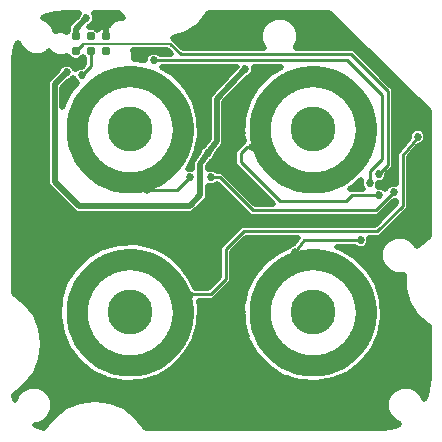
<source format=gbl>
G75*
%MOIN*%
%OFA0B0*%
%FSLAX25Y25*%
%IPPOS*%
%LPD*%
%AMOC8*
5,1,8,0,0,1.08239X$1,22.5*
%
%ADD10C,0.15000*%
%ADD11C,0.02500*%
%ADD12C,0.03400*%
%ADD13C,0.07000*%
%ADD14C,0.03100*%
%ADD15C,0.02000*%
%ADD16C,0.02700*%
%ADD17C,0.01000*%
%ADD18C,0.00689*%
D10*
X0058558Y0056840D03*
X0119558Y0056840D03*
X0119558Y0117840D03*
X0058558Y0117840D03*
D11*
X0064469Y0097783D03*
X0099500Y0111929D03*
X0113647Y0076898D03*
X0078615Y0062751D03*
D12*
X0058558Y0056840D03*
X0119558Y0056840D03*
X0119558Y0117840D03*
X0058558Y0117840D03*
D13*
X0040858Y0117840D02*
X0040863Y0118274D01*
X0040879Y0118708D01*
X0040906Y0119142D01*
X0040943Y0119575D01*
X0040991Y0120007D01*
X0041050Y0120437D01*
X0041119Y0120866D01*
X0041198Y0121293D01*
X0041288Y0121718D01*
X0041388Y0122141D01*
X0041499Y0122561D01*
X0041620Y0122978D01*
X0041751Y0123392D01*
X0041893Y0123803D01*
X0042044Y0124210D01*
X0042205Y0124613D01*
X0042376Y0125013D01*
X0042557Y0125408D01*
X0042748Y0125798D01*
X0042948Y0126184D01*
X0043157Y0126564D01*
X0043376Y0126940D01*
X0043604Y0127309D01*
X0043841Y0127674D01*
X0044087Y0128032D01*
X0044341Y0128384D01*
X0044604Y0128730D01*
X0044876Y0129069D01*
X0045155Y0129401D01*
X0045443Y0129727D01*
X0045739Y0130045D01*
X0046042Y0130356D01*
X0046353Y0130659D01*
X0046671Y0130955D01*
X0046997Y0131243D01*
X0047329Y0131522D01*
X0047668Y0131794D01*
X0048014Y0132057D01*
X0048366Y0132311D01*
X0048724Y0132557D01*
X0049089Y0132794D01*
X0049458Y0133022D01*
X0049834Y0133241D01*
X0050214Y0133450D01*
X0050600Y0133650D01*
X0050990Y0133841D01*
X0051385Y0134022D01*
X0051785Y0134193D01*
X0052188Y0134354D01*
X0052595Y0134505D01*
X0053006Y0134647D01*
X0053420Y0134778D01*
X0053837Y0134899D01*
X0054257Y0135010D01*
X0054680Y0135110D01*
X0055105Y0135200D01*
X0055532Y0135279D01*
X0055961Y0135348D01*
X0056391Y0135407D01*
X0056823Y0135455D01*
X0057256Y0135492D01*
X0057690Y0135519D01*
X0058124Y0135535D01*
X0058558Y0135540D01*
X0058992Y0135535D01*
X0059426Y0135519D01*
X0059860Y0135492D01*
X0060293Y0135455D01*
X0060725Y0135407D01*
X0061155Y0135348D01*
X0061584Y0135279D01*
X0062011Y0135200D01*
X0062436Y0135110D01*
X0062859Y0135010D01*
X0063279Y0134899D01*
X0063696Y0134778D01*
X0064110Y0134647D01*
X0064521Y0134505D01*
X0064928Y0134354D01*
X0065331Y0134193D01*
X0065731Y0134022D01*
X0066126Y0133841D01*
X0066516Y0133650D01*
X0066902Y0133450D01*
X0067282Y0133241D01*
X0067658Y0133022D01*
X0068027Y0132794D01*
X0068392Y0132557D01*
X0068750Y0132311D01*
X0069102Y0132057D01*
X0069448Y0131794D01*
X0069787Y0131522D01*
X0070119Y0131243D01*
X0070445Y0130955D01*
X0070763Y0130659D01*
X0071074Y0130356D01*
X0071377Y0130045D01*
X0071673Y0129727D01*
X0071961Y0129401D01*
X0072240Y0129069D01*
X0072512Y0128730D01*
X0072775Y0128384D01*
X0073029Y0128032D01*
X0073275Y0127674D01*
X0073512Y0127309D01*
X0073740Y0126940D01*
X0073959Y0126564D01*
X0074168Y0126184D01*
X0074368Y0125798D01*
X0074559Y0125408D01*
X0074740Y0125013D01*
X0074911Y0124613D01*
X0075072Y0124210D01*
X0075223Y0123803D01*
X0075365Y0123392D01*
X0075496Y0122978D01*
X0075617Y0122561D01*
X0075728Y0122141D01*
X0075828Y0121718D01*
X0075918Y0121293D01*
X0075997Y0120866D01*
X0076066Y0120437D01*
X0076125Y0120007D01*
X0076173Y0119575D01*
X0076210Y0119142D01*
X0076237Y0118708D01*
X0076253Y0118274D01*
X0076258Y0117840D01*
X0076253Y0117406D01*
X0076237Y0116972D01*
X0076210Y0116538D01*
X0076173Y0116105D01*
X0076125Y0115673D01*
X0076066Y0115243D01*
X0075997Y0114814D01*
X0075918Y0114387D01*
X0075828Y0113962D01*
X0075728Y0113539D01*
X0075617Y0113119D01*
X0075496Y0112702D01*
X0075365Y0112288D01*
X0075223Y0111877D01*
X0075072Y0111470D01*
X0074911Y0111067D01*
X0074740Y0110667D01*
X0074559Y0110272D01*
X0074368Y0109882D01*
X0074168Y0109496D01*
X0073959Y0109116D01*
X0073740Y0108740D01*
X0073512Y0108371D01*
X0073275Y0108006D01*
X0073029Y0107648D01*
X0072775Y0107296D01*
X0072512Y0106950D01*
X0072240Y0106611D01*
X0071961Y0106279D01*
X0071673Y0105953D01*
X0071377Y0105635D01*
X0071074Y0105324D01*
X0070763Y0105021D01*
X0070445Y0104725D01*
X0070119Y0104437D01*
X0069787Y0104158D01*
X0069448Y0103886D01*
X0069102Y0103623D01*
X0068750Y0103369D01*
X0068392Y0103123D01*
X0068027Y0102886D01*
X0067658Y0102658D01*
X0067282Y0102439D01*
X0066902Y0102230D01*
X0066516Y0102030D01*
X0066126Y0101839D01*
X0065731Y0101658D01*
X0065331Y0101487D01*
X0064928Y0101326D01*
X0064521Y0101175D01*
X0064110Y0101033D01*
X0063696Y0100902D01*
X0063279Y0100781D01*
X0062859Y0100670D01*
X0062436Y0100570D01*
X0062011Y0100480D01*
X0061584Y0100401D01*
X0061155Y0100332D01*
X0060725Y0100273D01*
X0060293Y0100225D01*
X0059860Y0100188D01*
X0059426Y0100161D01*
X0058992Y0100145D01*
X0058558Y0100140D01*
X0058124Y0100145D01*
X0057690Y0100161D01*
X0057256Y0100188D01*
X0056823Y0100225D01*
X0056391Y0100273D01*
X0055961Y0100332D01*
X0055532Y0100401D01*
X0055105Y0100480D01*
X0054680Y0100570D01*
X0054257Y0100670D01*
X0053837Y0100781D01*
X0053420Y0100902D01*
X0053006Y0101033D01*
X0052595Y0101175D01*
X0052188Y0101326D01*
X0051785Y0101487D01*
X0051385Y0101658D01*
X0050990Y0101839D01*
X0050600Y0102030D01*
X0050214Y0102230D01*
X0049834Y0102439D01*
X0049458Y0102658D01*
X0049089Y0102886D01*
X0048724Y0103123D01*
X0048366Y0103369D01*
X0048014Y0103623D01*
X0047668Y0103886D01*
X0047329Y0104158D01*
X0046997Y0104437D01*
X0046671Y0104725D01*
X0046353Y0105021D01*
X0046042Y0105324D01*
X0045739Y0105635D01*
X0045443Y0105953D01*
X0045155Y0106279D01*
X0044876Y0106611D01*
X0044604Y0106950D01*
X0044341Y0107296D01*
X0044087Y0107648D01*
X0043841Y0108006D01*
X0043604Y0108371D01*
X0043376Y0108740D01*
X0043157Y0109116D01*
X0042948Y0109496D01*
X0042748Y0109882D01*
X0042557Y0110272D01*
X0042376Y0110667D01*
X0042205Y0111067D01*
X0042044Y0111470D01*
X0041893Y0111877D01*
X0041751Y0112288D01*
X0041620Y0112702D01*
X0041499Y0113119D01*
X0041388Y0113539D01*
X0041288Y0113962D01*
X0041198Y0114387D01*
X0041119Y0114814D01*
X0041050Y0115243D01*
X0040991Y0115673D01*
X0040943Y0116105D01*
X0040906Y0116538D01*
X0040879Y0116972D01*
X0040863Y0117406D01*
X0040858Y0117840D01*
X0040858Y0056840D02*
X0040863Y0057274D01*
X0040879Y0057708D01*
X0040906Y0058142D01*
X0040943Y0058575D01*
X0040991Y0059007D01*
X0041050Y0059437D01*
X0041119Y0059866D01*
X0041198Y0060293D01*
X0041288Y0060718D01*
X0041388Y0061141D01*
X0041499Y0061561D01*
X0041620Y0061978D01*
X0041751Y0062392D01*
X0041893Y0062803D01*
X0042044Y0063210D01*
X0042205Y0063613D01*
X0042376Y0064013D01*
X0042557Y0064408D01*
X0042748Y0064798D01*
X0042948Y0065184D01*
X0043157Y0065564D01*
X0043376Y0065940D01*
X0043604Y0066309D01*
X0043841Y0066674D01*
X0044087Y0067032D01*
X0044341Y0067384D01*
X0044604Y0067730D01*
X0044876Y0068069D01*
X0045155Y0068401D01*
X0045443Y0068727D01*
X0045739Y0069045D01*
X0046042Y0069356D01*
X0046353Y0069659D01*
X0046671Y0069955D01*
X0046997Y0070243D01*
X0047329Y0070522D01*
X0047668Y0070794D01*
X0048014Y0071057D01*
X0048366Y0071311D01*
X0048724Y0071557D01*
X0049089Y0071794D01*
X0049458Y0072022D01*
X0049834Y0072241D01*
X0050214Y0072450D01*
X0050600Y0072650D01*
X0050990Y0072841D01*
X0051385Y0073022D01*
X0051785Y0073193D01*
X0052188Y0073354D01*
X0052595Y0073505D01*
X0053006Y0073647D01*
X0053420Y0073778D01*
X0053837Y0073899D01*
X0054257Y0074010D01*
X0054680Y0074110D01*
X0055105Y0074200D01*
X0055532Y0074279D01*
X0055961Y0074348D01*
X0056391Y0074407D01*
X0056823Y0074455D01*
X0057256Y0074492D01*
X0057690Y0074519D01*
X0058124Y0074535D01*
X0058558Y0074540D01*
X0058992Y0074535D01*
X0059426Y0074519D01*
X0059860Y0074492D01*
X0060293Y0074455D01*
X0060725Y0074407D01*
X0061155Y0074348D01*
X0061584Y0074279D01*
X0062011Y0074200D01*
X0062436Y0074110D01*
X0062859Y0074010D01*
X0063279Y0073899D01*
X0063696Y0073778D01*
X0064110Y0073647D01*
X0064521Y0073505D01*
X0064928Y0073354D01*
X0065331Y0073193D01*
X0065731Y0073022D01*
X0066126Y0072841D01*
X0066516Y0072650D01*
X0066902Y0072450D01*
X0067282Y0072241D01*
X0067658Y0072022D01*
X0068027Y0071794D01*
X0068392Y0071557D01*
X0068750Y0071311D01*
X0069102Y0071057D01*
X0069448Y0070794D01*
X0069787Y0070522D01*
X0070119Y0070243D01*
X0070445Y0069955D01*
X0070763Y0069659D01*
X0071074Y0069356D01*
X0071377Y0069045D01*
X0071673Y0068727D01*
X0071961Y0068401D01*
X0072240Y0068069D01*
X0072512Y0067730D01*
X0072775Y0067384D01*
X0073029Y0067032D01*
X0073275Y0066674D01*
X0073512Y0066309D01*
X0073740Y0065940D01*
X0073959Y0065564D01*
X0074168Y0065184D01*
X0074368Y0064798D01*
X0074559Y0064408D01*
X0074740Y0064013D01*
X0074911Y0063613D01*
X0075072Y0063210D01*
X0075223Y0062803D01*
X0075365Y0062392D01*
X0075496Y0061978D01*
X0075617Y0061561D01*
X0075728Y0061141D01*
X0075828Y0060718D01*
X0075918Y0060293D01*
X0075997Y0059866D01*
X0076066Y0059437D01*
X0076125Y0059007D01*
X0076173Y0058575D01*
X0076210Y0058142D01*
X0076237Y0057708D01*
X0076253Y0057274D01*
X0076258Y0056840D01*
X0076253Y0056406D01*
X0076237Y0055972D01*
X0076210Y0055538D01*
X0076173Y0055105D01*
X0076125Y0054673D01*
X0076066Y0054243D01*
X0075997Y0053814D01*
X0075918Y0053387D01*
X0075828Y0052962D01*
X0075728Y0052539D01*
X0075617Y0052119D01*
X0075496Y0051702D01*
X0075365Y0051288D01*
X0075223Y0050877D01*
X0075072Y0050470D01*
X0074911Y0050067D01*
X0074740Y0049667D01*
X0074559Y0049272D01*
X0074368Y0048882D01*
X0074168Y0048496D01*
X0073959Y0048116D01*
X0073740Y0047740D01*
X0073512Y0047371D01*
X0073275Y0047006D01*
X0073029Y0046648D01*
X0072775Y0046296D01*
X0072512Y0045950D01*
X0072240Y0045611D01*
X0071961Y0045279D01*
X0071673Y0044953D01*
X0071377Y0044635D01*
X0071074Y0044324D01*
X0070763Y0044021D01*
X0070445Y0043725D01*
X0070119Y0043437D01*
X0069787Y0043158D01*
X0069448Y0042886D01*
X0069102Y0042623D01*
X0068750Y0042369D01*
X0068392Y0042123D01*
X0068027Y0041886D01*
X0067658Y0041658D01*
X0067282Y0041439D01*
X0066902Y0041230D01*
X0066516Y0041030D01*
X0066126Y0040839D01*
X0065731Y0040658D01*
X0065331Y0040487D01*
X0064928Y0040326D01*
X0064521Y0040175D01*
X0064110Y0040033D01*
X0063696Y0039902D01*
X0063279Y0039781D01*
X0062859Y0039670D01*
X0062436Y0039570D01*
X0062011Y0039480D01*
X0061584Y0039401D01*
X0061155Y0039332D01*
X0060725Y0039273D01*
X0060293Y0039225D01*
X0059860Y0039188D01*
X0059426Y0039161D01*
X0058992Y0039145D01*
X0058558Y0039140D01*
X0058124Y0039145D01*
X0057690Y0039161D01*
X0057256Y0039188D01*
X0056823Y0039225D01*
X0056391Y0039273D01*
X0055961Y0039332D01*
X0055532Y0039401D01*
X0055105Y0039480D01*
X0054680Y0039570D01*
X0054257Y0039670D01*
X0053837Y0039781D01*
X0053420Y0039902D01*
X0053006Y0040033D01*
X0052595Y0040175D01*
X0052188Y0040326D01*
X0051785Y0040487D01*
X0051385Y0040658D01*
X0050990Y0040839D01*
X0050600Y0041030D01*
X0050214Y0041230D01*
X0049834Y0041439D01*
X0049458Y0041658D01*
X0049089Y0041886D01*
X0048724Y0042123D01*
X0048366Y0042369D01*
X0048014Y0042623D01*
X0047668Y0042886D01*
X0047329Y0043158D01*
X0046997Y0043437D01*
X0046671Y0043725D01*
X0046353Y0044021D01*
X0046042Y0044324D01*
X0045739Y0044635D01*
X0045443Y0044953D01*
X0045155Y0045279D01*
X0044876Y0045611D01*
X0044604Y0045950D01*
X0044341Y0046296D01*
X0044087Y0046648D01*
X0043841Y0047006D01*
X0043604Y0047371D01*
X0043376Y0047740D01*
X0043157Y0048116D01*
X0042948Y0048496D01*
X0042748Y0048882D01*
X0042557Y0049272D01*
X0042376Y0049667D01*
X0042205Y0050067D01*
X0042044Y0050470D01*
X0041893Y0050877D01*
X0041751Y0051288D01*
X0041620Y0051702D01*
X0041499Y0052119D01*
X0041388Y0052539D01*
X0041288Y0052962D01*
X0041198Y0053387D01*
X0041119Y0053814D01*
X0041050Y0054243D01*
X0040991Y0054673D01*
X0040943Y0055105D01*
X0040906Y0055538D01*
X0040879Y0055972D01*
X0040863Y0056406D01*
X0040858Y0056840D01*
X0101858Y0056840D02*
X0101863Y0057274D01*
X0101879Y0057708D01*
X0101906Y0058142D01*
X0101943Y0058575D01*
X0101991Y0059007D01*
X0102050Y0059437D01*
X0102119Y0059866D01*
X0102198Y0060293D01*
X0102288Y0060718D01*
X0102388Y0061141D01*
X0102499Y0061561D01*
X0102620Y0061978D01*
X0102751Y0062392D01*
X0102893Y0062803D01*
X0103044Y0063210D01*
X0103205Y0063613D01*
X0103376Y0064013D01*
X0103557Y0064408D01*
X0103748Y0064798D01*
X0103948Y0065184D01*
X0104157Y0065564D01*
X0104376Y0065940D01*
X0104604Y0066309D01*
X0104841Y0066674D01*
X0105087Y0067032D01*
X0105341Y0067384D01*
X0105604Y0067730D01*
X0105876Y0068069D01*
X0106155Y0068401D01*
X0106443Y0068727D01*
X0106739Y0069045D01*
X0107042Y0069356D01*
X0107353Y0069659D01*
X0107671Y0069955D01*
X0107997Y0070243D01*
X0108329Y0070522D01*
X0108668Y0070794D01*
X0109014Y0071057D01*
X0109366Y0071311D01*
X0109724Y0071557D01*
X0110089Y0071794D01*
X0110458Y0072022D01*
X0110834Y0072241D01*
X0111214Y0072450D01*
X0111600Y0072650D01*
X0111990Y0072841D01*
X0112385Y0073022D01*
X0112785Y0073193D01*
X0113188Y0073354D01*
X0113595Y0073505D01*
X0114006Y0073647D01*
X0114420Y0073778D01*
X0114837Y0073899D01*
X0115257Y0074010D01*
X0115680Y0074110D01*
X0116105Y0074200D01*
X0116532Y0074279D01*
X0116961Y0074348D01*
X0117391Y0074407D01*
X0117823Y0074455D01*
X0118256Y0074492D01*
X0118690Y0074519D01*
X0119124Y0074535D01*
X0119558Y0074540D01*
X0119992Y0074535D01*
X0120426Y0074519D01*
X0120860Y0074492D01*
X0121293Y0074455D01*
X0121725Y0074407D01*
X0122155Y0074348D01*
X0122584Y0074279D01*
X0123011Y0074200D01*
X0123436Y0074110D01*
X0123859Y0074010D01*
X0124279Y0073899D01*
X0124696Y0073778D01*
X0125110Y0073647D01*
X0125521Y0073505D01*
X0125928Y0073354D01*
X0126331Y0073193D01*
X0126731Y0073022D01*
X0127126Y0072841D01*
X0127516Y0072650D01*
X0127902Y0072450D01*
X0128282Y0072241D01*
X0128658Y0072022D01*
X0129027Y0071794D01*
X0129392Y0071557D01*
X0129750Y0071311D01*
X0130102Y0071057D01*
X0130448Y0070794D01*
X0130787Y0070522D01*
X0131119Y0070243D01*
X0131445Y0069955D01*
X0131763Y0069659D01*
X0132074Y0069356D01*
X0132377Y0069045D01*
X0132673Y0068727D01*
X0132961Y0068401D01*
X0133240Y0068069D01*
X0133512Y0067730D01*
X0133775Y0067384D01*
X0134029Y0067032D01*
X0134275Y0066674D01*
X0134512Y0066309D01*
X0134740Y0065940D01*
X0134959Y0065564D01*
X0135168Y0065184D01*
X0135368Y0064798D01*
X0135559Y0064408D01*
X0135740Y0064013D01*
X0135911Y0063613D01*
X0136072Y0063210D01*
X0136223Y0062803D01*
X0136365Y0062392D01*
X0136496Y0061978D01*
X0136617Y0061561D01*
X0136728Y0061141D01*
X0136828Y0060718D01*
X0136918Y0060293D01*
X0136997Y0059866D01*
X0137066Y0059437D01*
X0137125Y0059007D01*
X0137173Y0058575D01*
X0137210Y0058142D01*
X0137237Y0057708D01*
X0137253Y0057274D01*
X0137258Y0056840D01*
X0137253Y0056406D01*
X0137237Y0055972D01*
X0137210Y0055538D01*
X0137173Y0055105D01*
X0137125Y0054673D01*
X0137066Y0054243D01*
X0136997Y0053814D01*
X0136918Y0053387D01*
X0136828Y0052962D01*
X0136728Y0052539D01*
X0136617Y0052119D01*
X0136496Y0051702D01*
X0136365Y0051288D01*
X0136223Y0050877D01*
X0136072Y0050470D01*
X0135911Y0050067D01*
X0135740Y0049667D01*
X0135559Y0049272D01*
X0135368Y0048882D01*
X0135168Y0048496D01*
X0134959Y0048116D01*
X0134740Y0047740D01*
X0134512Y0047371D01*
X0134275Y0047006D01*
X0134029Y0046648D01*
X0133775Y0046296D01*
X0133512Y0045950D01*
X0133240Y0045611D01*
X0132961Y0045279D01*
X0132673Y0044953D01*
X0132377Y0044635D01*
X0132074Y0044324D01*
X0131763Y0044021D01*
X0131445Y0043725D01*
X0131119Y0043437D01*
X0130787Y0043158D01*
X0130448Y0042886D01*
X0130102Y0042623D01*
X0129750Y0042369D01*
X0129392Y0042123D01*
X0129027Y0041886D01*
X0128658Y0041658D01*
X0128282Y0041439D01*
X0127902Y0041230D01*
X0127516Y0041030D01*
X0127126Y0040839D01*
X0126731Y0040658D01*
X0126331Y0040487D01*
X0125928Y0040326D01*
X0125521Y0040175D01*
X0125110Y0040033D01*
X0124696Y0039902D01*
X0124279Y0039781D01*
X0123859Y0039670D01*
X0123436Y0039570D01*
X0123011Y0039480D01*
X0122584Y0039401D01*
X0122155Y0039332D01*
X0121725Y0039273D01*
X0121293Y0039225D01*
X0120860Y0039188D01*
X0120426Y0039161D01*
X0119992Y0039145D01*
X0119558Y0039140D01*
X0119124Y0039145D01*
X0118690Y0039161D01*
X0118256Y0039188D01*
X0117823Y0039225D01*
X0117391Y0039273D01*
X0116961Y0039332D01*
X0116532Y0039401D01*
X0116105Y0039480D01*
X0115680Y0039570D01*
X0115257Y0039670D01*
X0114837Y0039781D01*
X0114420Y0039902D01*
X0114006Y0040033D01*
X0113595Y0040175D01*
X0113188Y0040326D01*
X0112785Y0040487D01*
X0112385Y0040658D01*
X0111990Y0040839D01*
X0111600Y0041030D01*
X0111214Y0041230D01*
X0110834Y0041439D01*
X0110458Y0041658D01*
X0110089Y0041886D01*
X0109724Y0042123D01*
X0109366Y0042369D01*
X0109014Y0042623D01*
X0108668Y0042886D01*
X0108329Y0043158D01*
X0107997Y0043437D01*
X0107671Y0043725D01*
X0107353Y0044021D01*
X0107042Y0044324D01*
X0106739Y0044635D01*
X0106443Y0044953D01*
X0106155Y0045279D01*
X0105876Y0045611D01*
X0105604Y0045950D01*
X0105341Y0046296D01*
X0105087Y0046648D01*
X0104841Y0047006D01*
X0104604Y0047371D01*
X0104376Y0047740D01*
X0104157Y0048116D01*
X0103948Y0048496D01*
X0103748Y0048882D01*
X0103557Y0049272D01*
X0103376Y0049667D01*
X0103205Y0050067D01*
X0103044Y0050470D01*
X0102893Y0050877D01*
X0102751Y0051288D01*
X0102620Y0051702D01*
X0102499Y0052119D01*
X0102388Y0052539D01*
X0102288Y0052962D01*
X0102198Y0053387D01*
X0102119Y0053814D01*
X0102050Y0054243D01*
X0101991Y0054673D01*
X0101943Y0055105D01*
X0101906Y0055538D01*
X0101879Y0055972D01*
X0101863Y0056406D01*
X0101858Y0056840D01*
X0101858Y0117840D02*
X0101863Y0118274D01*
X0101879Y0118708D01*
X0101906Y0119142D01*
X0101943Y0119575D01*
X0101991Y0120007D01*
X0102050Y0120437D01*
X0102119Y0120866D01*
X0102198Y0121293D01*
X0102288Y0121718D01*
X0102388Y0122141D01*
X0102499Y0122561D01*
X0102620Y0122978D01*
X0102751Y0123392D01*
X0102893Y0123803D01*
X0103044Y0124210D01*
X0103205Y0124613D01*
X0103376Y0125013D01*
X0103557Y0125408D01*
X0103748Y0125798D01*
X0103948Y0126184D01*
X0104157Y0126564D01*
X0104376Y0126940D01*
X0104604Y0127309D01*
X0104841Y0127674D01*
X0105087Y0128032D01*
X0105341Y0128384D01*
X0105604Y0128730D01*
X0105876Y0129069D01*
X0106155Y0129401D01*
X0106443Y0129727D01*
X0106739Y0130045D01*
X0107042Y0130356D01*
X0107353Y0130659D01*
X0107671Y0130955D01*
X0107997Y0131243D01*
X0108329Y0131522D01*
X0108668Y0131794D01*
X0109014Y0132057D01*
X0109366Y0132311D01*
X0109724Y0132557D01*
X0110089Y0132794D01*
X0110458Y0133022D01*
X0110834Y0133241D01*
X0111214Y0133450D01*
X0111600Y0133650D01*
X0111990Y0133841D01*
X0112385Y0134022D01*
X0112785Y0134193D01*
X0113188Y0134354D01*
X0113595Y0134505D01*
X0114006Y0134647D01*
X0114420Y0134778D01*
X0114837Y0134899D01*
X0115257Y0135010D01*
X0115680Y0135110D01*
X0116105Y0135200D01*
X0116532Y0135279D01*
X0116961Y0135348D01*
X0117391Y0135407D01*
X0117823Y0135455D01*
X0118256Y0135492D01*
X0118690Y0135519D01*
X0119124Y0135535D01*
X0119558Y0135540D01*
X0119992Y0135535D01*
X0120426Y0135519D01*
X0120860Y0135492D01*
X0121293Y0135455D01*
X0121725Y0135407D01*
X0122155Y0135348D01*
X0122584Y0135279D01*
X0123011Y0135200D01*
X0123436Y0135110D01*
X0123859Y0135010D01*
X0124279Y0134899D01*
X0124696Y0134778D01*
X0125110Y0134647D01*
X0125521Y0134505D01*
X0125928Y0134354D01*
X0126331Y0134193D01*
X0126731Y0134022D01*
X0127126Y0133841D01*
X0127516Y0133650D01*
X0127902Y0133450D01*
X0128282Y0133241D01*
X0128658Y0133022D01*
X0129027Y0132794D01*
X0129392Y0132557D01*
X0129750Y0132311D01*
X0130102Y0132057D01*
X0130448Y0131794D01*
X0130787Y0131522D01*
X0131119Y0131243D01*
X0131445Y0130955D01*
X0131763Y0130659D01*
X0132074Y0130356D01*
X0132377Y0130045D01*
X0132673Y0129727D01*
X0132961Y0129401D01*
X0133240Y0129069D01*
X0133512Y0128730D01*
X0133775Y0128384D01*
X0134029Y0128032D01*
X0134275Y0127674D01*
X0134512Y0127309D01*
X0134740Y0126940D01*
X0134959Y0126564D01*
X0135168Y0126184D01*
X0135368Y0125798D01*
X0135559Y0125408D01*
X0135740Y0125013D01*
X0135911Y0124613D01*
X0136072Y0124210D01*
X0136223Y0123803D01*
X0136365Y0123392D01*
X0136496Y0122978D01*
X0136617Y0122561D01*
X0136728Y0122141D01*
X0136828Y0121718D01*
X0136918Y0121293D01*
X0136997Y0120866D01*
X0137066Y0120437D01*
X0137125Y0120007D01*
X0137173Y0119575D01*
X0137210Y0119142D01*
X0137237Y0118708D01*
X0137253Y0118274D01*
X0137258Y0117840D01*
X0137253Y0117406D01*
X0137237Y0116972D01*
X0137210Y0116538D01*
X0137173Y0116105D01*
X0137125Y0115673D01*
X0137066Y0115243D01*
X0136997Y0114814D01*
X0136918Y0114387D01*
X0136828Y0113962D01*
X0136728Y0113539D01*
X0136617Y0113119D01*
X0136496Y0112702D01*
X0136365Y0112288D01*
X0136223Y0111877D01*
X0136072Y0111470D01*
X0135911Y0111067D01*
X0135740Y0110667D01*
X0135559Y0110272D01*
X0135368Y0109882D01*
X0135168Y0109496D01*
X0134959Y0109116D01*
X0134740Y0108740D01*
X0134512Y0108371D01*
X0134275Y0108006D01*
X0134029Y0107648D01*
X0133775Y0107296D01*
X0133512Y0106950D01*
X0133240Y0106611D01*
X0132961Y0106279D01*
X0132673Y0105953D01*
X0132377Y0105635D01*
X0132074Y0105324D01*
X0131763Y0105021D01*
X0131445Y0104725D01*
X0131119Y0104437D01*
X0130787Y0104158D01*
X0130448Y0103886D01*
X0130102Y0103623D01*
X0129750Y0103369D01*
X0129392Y0103123D01*
X0129027Y0102886D01*
X0128658Y0102658D01*
X0128282Y0102439D01*
X0127902Y0102230D01*
X0127516Y0102030D01*
X0127126Y0101839D01*
X0126731Y0101658D01*
X0126331Y0101487D01*
X0125928Y0101326D01*
X0125521Y0101175D01*
X0125110Y0101033D01*
X0124696Y0100902D01*
X0124279Y0100781D01*
X0123859Y0100670D01*
X0123436Y0100570D01*
X0123011Y0100480D01*
X0122584Y0100401D01*
X0122155Y0100332D01*
X0121725Y0100273D01*
X0121293Y0100225D01*
X0120860Y0100188D01*
X0120426Y0100161D01*
X0119992Y0100145D01*
X0119558Y0100140D01*
X0119124Y0100145D01*
X0118690Y0100161D01*
X0118256Y0100188D01*
X0117823Y0100225D01*
X0117391Y0100273D01*
X0116961Y0100332D01*
X0116532Y0100401D01*
X0116105Y0100480D01*
X0115680Y0100570D01*
X0115257Y0100670D01*
X0114837Y0100781D01*
X0114420Y0100902D01*
X0114006Y0101033D01*
X0113595Y0101175D01*
X0113188Y0101326D01*
X0112785Y0101487D01*
X0112385Y0101658D01*
X0111990Y0101839D01*
X0111600Y0102030D01*
X0111214Y0102230D01*
X0110834Y0102439D01*
X0110458Y0102658D01*
X0110089Y0102886D01*
X0109724Y0103123D01*
X0109366Y0103369D01*
X0109014Y0103623D01*
X0108668Y0103886D01*
X0108329Y0104158D01*
X0107997Y0104437D01*
X0107671Y0104725D01*
X0107353Y0105021D01*
X0107042Y0105324D01*
X0106739Y0105635D01*
X0106443Y0105953D01*
X0106155Y0106279D01*
X0105876Y0106611D01*
X0105604Y0106950D01*
X0105341Y0107296D01*
X0105087Y0107648D01*
X0104841Y0108006D01*
X0104604Y0108371D01*
X0104376Y0108740D01*
X0104157Y0109116D01*
X0103948Y0109496D01*
X0103748Y0109882D01*
X0103557Y0110272D01*
X0103376Y0110667D01*
X0103205Y0111067D01*
X0103044Y0111470D01*
X0102893Y0111877D01*
X0102751Y0112288D01*
X0102620Y0112702D01*
X0102499Y0113119D01*
X0102388Y0113539D01*
X0102288Y0113962D01*
X0102198Y0114387D01*
X0102119Y0114814D01*
X0102050Y0115243D01*
X0101991Y0115673D01*
X0101943Y0116105D01*
X0101906Y0116538D01*
X0101879Y0116972D01*
X0101863Y0117406D01*
X0101858Y0117840D01*
D14*
X0050558Y0143840D03*
X0045558Y0143840D03*
X0040558Y0143840D03*
X0040558Y0148840D03*
X0045558Y0148840D03*
X0050558Y0148840D03*
D15*
X0027851Y0019340D02*
X0027011Y0019340D01*
X0027177Y0019237D01*
X0030077Y0018361D01*
X0030123Y0018466D01*
X0030123Y0018466D01*
X0033244Y0022428D01*
X0033244Y0022428D01*
X0037272Y0025462D01*
X0037272Y0025462D01*
X0041942Y0027367D01*
X0041942Y0027367D01*
X0046944Y0028017D01*
X0046944Y0028017D01*
X0051945Y0027367D01*
X0051945Y0027367D01*
X0056615Y0025462D01*
X0056615Y0025462D01*
X0060644Y0022428D01*
X0060644Y0022428D01*
X0063764Y0018466D01*
X0063764Y0018466D01*
X0063905Y0018140D01*
X0141558Y0018140D01*
X0143428Y0018245D01*
X0147073Y0019077D01*
X0148380Y0019707D01*
X0146876Y0020330D01*
X0145047Y0022158D01*
X0144058Y0024547D01*
X0144058Y0027133D01*
X0145047Y0029522D01*
X0146876Y0031351D01*
X0149265Y0032340D01*
X0151851Y0032340D01*
X0154240Y0031351D01*
X0156068Y0029522D01*
X0156691Y0028018D01*
X0157321Y0029325D01*
X0158153Y0032970D01*
X0158258Y0034840D01*
X0158258Y0052264D01*
X0157931Y0052406D01*
X0157931Y0052406D01*
X0154071Y0055653D01*
X0154071Y0055653D01*
X0151302Y0059870D01*
X0151302Y0059870D01*
X0149858Y0064704D01*
X0149858Y0069343D01*
X0149851Y0069340D01*
X0147265Y0069340D01*
X0144876Y0070330D01*
X0143047Y0072158D01*
X0142058Y0074547D01*
X0142058Y0077133D01*
X0143047Y0079522D01*
X0144876Y0081351D01*
X0147265Y0082340D01*
X0149851Y0082340D01*
X0152240Y0081351D01*
X0154068Y0079522D01*
X0154291Y0078984D01*
X0157931Y0082046D01*
X0158258Y0082188D01*
X0158258Y0123984D01*
X0125037Y0156540D01*
X0084905Y0156540D01*
X0084764Y0156214D01*
X0084764Y0156214D01*
X0081516Y0152353D01*
X0081516Y0152353D01*
X0077299Y0149585D01*
X0077299Y0149585D01*
X0073053Y0148315D01*
X0076428Y0144940D01*
X0103265Y0144940D01*
X0103047Y0145158D01*
X0102058Y0147547D01*
X0102058Y0150133D01*
X0103047Y0152522D01*
X0104876Y0154351D01*
X0107265Y0155340D01*
X0109851Y0155340D01*
X0112240Y0154351D01*
X0114068Y0152522D01*
X0115058Y0150133D01*
X0115058Y0147547D01*
X0114068Y0145158D01*
X0113850Y0144940D01*
X0133221Y0144940D01*
X0145428Y0132734D01*
X0146658Y0131503D01*
X0146658Y0104970D01*
X0144508Y0102820D01*
X0144508Y0102253D01*
X0144059Y0101169D01*
X0143229Y0100339D01*
X0142145Y0099890D01*
X0141508Y0099890D01*
X0141508Y0099253D01*
X0141316Y0098790D01*
X0142145Y0098790D01*
X0143229Y0098341D01*
X0143765Y0097805D01*
X0144057Y0098511D01*
X0144887Y0099341D01*
X0145971Y0099790D01*
X0147145Y0099790D01*
X0147458Y0099660D01*
X0147458Y0109245D01*
X0147388Y0110016D01*
X0147458Y0110100D01*
X0147458Y0110210D01*
X0148006Y0110758D01*
X0151608Y0115080D01*
X0151608Y0115927D01*
X0152057Y0117011D01*
X0152887Y0117841D01*
X0153971Y0118290D01*
X0155145Y0118290D01*
X0156229Y0117841D01*
X0157059Y0117011D01*
X0157508Y0115927D01*
X0157508Y0114753D01*
X0157059Y0113669D01*
X0156229Y0112839D01*
X0155145Y0112390D01*
X0154833Y0112390D01*
X0151658Y0108580D01*
X0151658Y0091404D01*
X0141994Y0081740D01*
X0138378Y0081740D01*
X0138508Y0081427D01*
X0138508Y0080253D01*
X0138059Y0079169D01*
X0137229Y0078339D01*
X0136145Y0077890D01*
X0134971Y0077890D01*
X0133887Y0078339D01*
X0133486Y0078740D01*
X0127715Y0078740D01*
X0128971Y0078369D01*
X0133924Y0075458D01*
X0133924Y0075458D01*
X0138026Y0071436D01*
X0138026Y0071436D01*
X0141033Y0066540D01*
X0141033Y0066540D01*
X0142766Y0061063D01*
X0142766Y0061063D01*
X0143122Y0055329D01*
X0143122Y0055329D01*
X0142081Y0049679D01*
X0142081Y0049679D01*
X0139704Y0044449D01*
X0139704Y0044449D01*
X0136132Y0039950D01*
X0136132Y0039950D01*
X0136132Y0039950D01*
X0131577Y0036448D01*
X0131577Y0036448D01*
X0126311Y0034152D01*
X0126311Y0034152D01*
X0120646Y0033198D01*
X0120646Y0033198D01*
X0114918Y0033643D01*
X0114918Y0033643D01*
X0109468Y0035460D01*
X0109468Y0035460D01*
X0104620Y0038542D01*
X0104620Y0038542D01*
X0100661Y0042706D01*
X0100661Y0042706D01*
X0097827Y0047703D01*
X0097827Y0047703D01*
X0096287Y0053237D01*
X0096287Y0053237D01*
X0096130Y0058980D01*
X0096130Y0058980D01*
X0097368Y0064590D01*
X0097368Y0064590D01*
X0099927Y0069734D01*
X0099927Y0069734D01*
X0103653Y0074107D01*
X0103653Y0074107D01*
X0108327Y0077447D01*
X0108327Y0077447D01*
X0110999Y0078503D01*
X0111367Y0078648D01*
X0112032Y0079314D01*
X0113080Y0079748D01*
X0113154Y0079748D01*
X0114489Y0081537D01*
X0114489Y0081710D01*
X0114520Y0081740D01*
X0097428Y0081740D01*
X0092658Y0076970D01*
X0092658Y0066970D01*
X0091428Y0065740D01*
X0091428Y0065740D01*
X0087658Y0061970D01*
X0087658Y0061970D01*
X0086428Y0060740D01*
X0081536Y0060740D01*
X0081958Y0058676D01*
X0081958Y0058676D01*
X0081713Y0052937D01*
X0081713Y0052937D01*
X0080087Y0047427D01*
X0080087Y0047427D01*
X0077176Y0042474D01*
X0077176Y0042474D01*
X0073153Y0038372D01*
X0073153Y0038372D01*
X0068258Y0035365D01*
X0068258Y0035365D01*
X0062781Y0033632D01*
X0062781Y0033632D01*
X0057047Y0033276D01*
X0057047Y0033276D01*
X0051397Y0034317D01*
X0051397Y0034317D01*
X0046167Y0036694D01*
X0046167Y0036694D01*
X0041667Y0040266D01*
X0041667Y0040266D01*
X0041667Y0040266D01*
X0038165Y0044821D01*
X0038165Y0044821D01*
X0035869Y0050087D01*
X0035869Y0050087D01*
X0034915Y0055752D01*
X0034915Y0055752D01*
X0035361Y0061480D01*
X0035361Y0061480D01*
X0037178Y0066930D01*
X0037178Y0066930D01*
X0040260Y0071778D01*
X0040260Y0071778D01*
X0044423Y0075737D01*
X0044423Y0075737D01*
X0049421Y0078571D01*
X0049421Y0078571D01*
X0054955Y0080112D01*
X0054955Y0080112D01*
X0060698Y0080268D01*
X0060698Y0080268D01*
X0066308Y0079030D01*
X0066308Y0079030D01*
X0071452Y0076471D01*
X0071452Y0076471D01*
X0075824Y0072745D01*
X0075824Y0072745D01*
X0079165Y0068071D01*
X0079165Y0068071D01*
X0080220Y0065399D01*
X0080366Y0065031D01*
X0080457Y0064940D01*
X0084688Y0064940D01*
X0088458Y0068710D01*
X0088458Y0078710D01*
X0089688Y0079940D01*
X0095688Y0085940D01*
X0140254Y0085940D01*
X0147458Y0093144D01*
X0147458Y0094020D01*
X0147145Y0093890D01*
X0146578Y0093890D01*
X0142658Y0089970D01*
X0141428Y0088740D01*
X0100428Y0088740D01*
X0098688Y0088740D01*
X0087688Y0099740D01*
X0087630Y0099740D01*
X0087229Y0099339D01*
X0086145Y0098890D01*
X0084971Y0098890D01*
X0084658Y0099020D01*
X0084658Y0095323D01*
X0084262Y0094367D01*
X0083531Y0093636D01*
X0080031Y0090136D01*
X0079075Y0089740D01*
X0041041Y0089740D01*
X0040085Y0090136D01*
X0039354Y0090867D01*
X0032085Y0098136D01*
X0031354Y0098867D01*
X0030958Y0099823D01*
X0030958Y0133357D01*
X0031354Y0134313D01*
X0034707Y0137666D01*
X0035057Y0138511D01*
X0035887Y0139341D01*
X0036971Y0139790D01*
X0038145Y0139790D01*
X0039229Y0139341D01*
X0040059Y0138511D01*
X0040351Y0137805D01*
X0040887Y0138341D01*
X0041971Y0138790D01*
X0042538Y0138790D01*
X0043458Y0139710D01*
X0043458Y0141485D01*
X0043058Y0141885D01*
X0042342Y0141170D01*
X0041184Y0140690D01*
X0039931Y0140690D01*
X0038774Y0141170D01*
X0037887Y0142056D01*
X0037754Y0142379D01*
X0036453Y0141840D01*
X0034663Y0141840D01*
X0033009Y0142525D01*
X0031743Y0143791D01*
X0031731Y0143821D01*
X0031240Y0143330D01*
X0028851Y0142340D01*
X0026265Y0142340D01*
X0023876Y0143330D01*
X0022047Y0145158D01*
X0021424Y0146663D01*
X0020795Y0145356D01*
X0019963Y0141710D01*
X0019858Y0139840D01*
X0019858Y0063188D01*
X0020184Y0063047D01*
X0020184Y0063047D01*
X0024146Y0059926D01*
X0024146Y0059926D01*
X0027180Y0055897D01*
X0027180Y0055897D01*
X0029085Y0051227D01*
X0029085Y0051227D01*
X0029734Y0046226D01*
X0029734Y0046226D01*
X0029085Y0041225D01*
X0029085Y0041225D01*
X0027180Y0036555D01*
X0027180Y0036555D01*
X0024146Y0032526D01*
X0024146Y0032526D01*
X0024146Y0032526D01*
X0020184Y0029405D01*
X0020184Y0029405D01*
X0019926Y0029294D01*
X0020297Y0027709D01*
X0021047Y0029522D01*
X0022876Y0031351D01*
X0025265Y0032340D01*
X0027851Y0032340D01*
X0030240Y0031351D01*
X0032068Y0029522D01*
X0033058Y0027133D01*
X0033058Y0024547D01*
X0032068Y0022158D01*
X0030240Y0020330D01*
X0027851Y0019340D01*
X0028501Y0018837D02*
X0030415Y0018837D01*
X0030746Y0020836D02*
X0031989Y0020836D01*
X0033244Y0022428D02*
X0033244Y0022428D01*
X0033783Y0022834D02*
X0032348Y0022834D01*
X0033058Y0024833D02*
X0036436Y0024833D01*
X0033058Y0026831D02*
X0040628Y0026831D01*
X0032355Y0028830D02*
X0144761Y0028830D01*
X0144058Y0026831D02*
X0053259Y0026831D01*
X0057451Y0024833D02*
X0144058Y0024833D01*
X0144767Y0022834D02*
X0060105Y0022834D01*
X0060644Y0022428D02*
X0060644Y0022428D01*
X0061898Y0020836D02*
X0146370Y0020836D01*
X0146022Y0018837D02*
X0063472Y0018837D01*
X0066551Y0034825D02*
X0111373Y0034825D01*
X0107323Y0036824D02*
X0070633Y0036824D01*
X0073595Y0038822D02*
X0104354Y0038822D01*
X0102453Y0040821D02*
X0075555Y0040821D01*
X0077379Y0042819D02*
X0100597Y0042819D01*
X0099463Y0044818D02*
X0078554Y0044818D01*
X0079728Y0046816D02*
X0098330Y0046816D01*
X0097518Y0048815D02*
X0080497Y0048815D01*
X0081086Y0050813D02*
X0096961Y0050813D01*
X0096405Y0052812D02*
X0081676Y0052812D01*
X0081793Y0054810D02*
X0096244Y0054810D01*
X0096189Y0056809D02*
X0081878Y0056809D01*
X0081931Y0058807D02*
X0096135Y0058807D01*
X0096533Y0060806D02*
X0086493Y0060806D01*
X0088492Y0062804D02*
X0096974Y0062804D01*
X0097474Y0064803D02*
X0090490Y0064803D01*
X0092489Y0066801D02*
X0098468Y0066801D01*
X0099462Y0068800D02*
X0092658Y0068800D01*
X0092658Y0070798D02*
X0100834Y0070798D01*
X0102537Y0072797D02*
X0092658Y0072797D01*
X0092658Y0074796D02*
X0104617Y0074796D01*
X0107413Y0076794D02*
X0092658Y0076794D01*
X0094480Y0078793D02*
X0111511Y0078793D01*
X0113932Y0080791D02*
X0096479Y0080791D01*
X0092537Y0082790D02*
X0019858Y0082790D01*
X0019858Y0084788D02*
X0094536Y0084788D01*
X0090539Y0080791D02*
X0019858Y0080791D01*
X0019858Y0078793D02*
X0050217Y0078793D01*
X0046288Y0076794D02*
X0019858Y0076794D01*
X0019858Y0074796D02*
X0043433Y0074796D01*
X0041332Y0072797D02*
X0019858Y0072797D01*
X0019858Y0070798D02*
X0039637Y0070798D01*
X0038367Y0068800D02*
X0019858Y0068800D01*
X0019858Y0066801D02*
X0037135Y0066801D01*
X0036469Y0064803D02*
X0019858Y0064803D01*
X0020491Y0062804D02*
X0035802Y0062804D01*
X0035308Y0060806D02*
X0023029Y0060806D01*
X0024146Y0059926D02*
X0024146Y0059926D01*
X0024988Y0058807D02*
X0035153Y0058807D01*
X0034998Y0056809D02*
X0026494Y0056809D01*
X0027623Y0054810D02*
X0035074Y0054810D01*
X0035410Y0052812D02*
X0028439Y0052812D01*
X0029139Y0050813D02*
X0035747Y0050813D01*
X0036424Y0048815D02*
X0029398Y0048815D01*
X0029658Y0046816D02*
X0037295Y0046816D01*
X0038167Y0044818D02*
X0029551Y0044818D01*
X0029292Y0042819D02*
X0039704Y0042819D01*
X0041241Y0040821D02*
X0028920Y0040821D01*
X0028105Y0038822D02*
X0043486Y0038822D01*
X0046004Y0036824D02*
X0027290Y0036824D01*
X0025878Y0034825D02*
X0050279Y0034825D01*
X0030762Y0030828D02*
X0146354Y0030828D01*
X0154762Y0030828D02*
X0157664Y0030828D01*
X0158120Y0032827D02*
X0024373Y0032827D01*
X0022354Y0030828D02*
X0021990Y0030828D01*
X0020761Y0028830D02*
X0020034Y0028830D01*
X0066785Y0078793D02*
X0088540Y0078793D01*
X0088458Y0076794D02*
X0070803Y0076794D01*
X0073418Y0074796D02*
X0088458Y0074796D01*
X0088458Y0072797D02*
X0075763Y0072797D01*
X0077215Y0070798D02*
X0088458Y0070798D01*
X0088458Y0068800D02*
X0078644Y0068800D01*
X0079667Y0066801D02*
X0086549Y0066801D01*
X0098643Y0088785D02*
X0019858Y0088785D01*
X0019858Y0086787D02*
X0141100Y0086787D01*
X0141473Y0088785D02*
X0143099Y0088785D01*
X0143471Y0090784D02*
X0145097Y0090784D01*
X0145470Y0092782D02*
X0147096Y0092782D01*
X0151037Y0090784D02*
X0158258Y0090784D01*
X0158258Y0088785D02*
X0149039Y0088785D01*
X0147040Y0086787D02*
X0158258Y0086787D01*
X0158258Y0084788D02*
X0145042Y0084788D01*
X0143043Y0082790D02*
X0158258Y0082790D01*
X0156439Y0080791D02*
X0152799Y0080791D01*
X0144316Y0080791D02*
X0138508Y0080791D01*
X0137682Y0078793D02*
X0142745Y0078793D01*
X0142058Y0076794D02*
X0131652Y0076794D01*
X0134600Y0074796D02*
X0142058Y0074796D01*
X0142783Y0072797D02*
X0136638Y0072797D01*
X0138417Y0070798D02*
X0144407Y0070798D01*
X0139645Y0068800D02*
X0149858Y0068800D01*
X0149858Y0066801D02*
X0140872Y0066801D01*
X0141582Y0064803D02*
X0149858Y0064803D01*
X0150425Y0062804D02*
X0142215Y0062804D01*
X0142782Y0060806D02*
X0151023Y0060806D01*
X0152000Y0058807D02*
X0142906Y0058807D01*
X0143030Y0056809D02*
X0153312Y0056809D01*
X0155073Y0054810D02*
X0143026Y0054810D01*
X0142658Y0052812D02*
X0157448Y0052812D01*
X0158258Y0050813D02*
X0142290Y0050813D01*
X0141688Y0048815D02*
X0158258Y0048815D01*
X0158258Y0046816D02*
X0140780Y0046816D01*
X0139871Y0044818D02*
X0158258Y0044818D01*
X0158258Y0042819D02*
X0138410Y0042819D01*
X0136823Y0040821D02*
X0158258Y0040821D01*
X0158258Y0038822D02*
X0134666Y0038822D01*
X0132067Y0036824D02*
X0158258Y0036824D01*
X0158257Y0034825D02*
X0127856Y0034825D01*
X0156355Y0028830D02*
X0157082Y0028830D01*
X0096645Y0090784D02*
X0080678Y0090784D01*
X0078558Y0092340D02*
X0082058Y0095840D01*
X0082058Y0106340D01*
X0084558Y0109840D01*
X0087558Y0113840D01*
X0087558Y0127840D01*
X0097058Y0137840D01*
X0097969Y0135025D02*
X0098729Y0135339D01*
X0099559Y0136169D01*
X0100008Y0137253D01*
X0100008Y0138427D01*
X0099878Y0138740D01*
X0108922Y0138740D01*
X0104962Y0136308D01*
X0100940Y0132207D01*
X0100940Y0132207D01*
X0098029Y0127254D01*
X0098029Y0127254D01*
X0096403Y0121744D01*
X0096158Y0116004D01*
X0096598Y0113850D01*
X0095458Y0112710D01*
X0093458Y0110710D01*
X0093458Y0105970D01*
X0094688Y0104740D01*
X0106488Y0092940D01*
X0100428Y0092940D01*
X0089428Y0103940D01*
X0087630Y0103940D01*
X0087229Y0104341D01*
X0086145Y0104790D01*
X0084971Y0104790D01*
X0084658Y0104660D01*
X0084658Y0105507D01*
X0085856Y0107185D01*
X0086229Y0107339D01*
X0087059Y0108169D01*
X0087508Y0109253D01*
X0087508Y0109440D01*
X0089527Y0112132D01*
X0089762Y0112367D01*
X0089834Y0112542D01*
X0089948Y0112694D01*
X0090031Y0113016D01*
X0090158Y0113323D01*
X0090158Y0113512D01*
X0090205Y0113696D01*
X0090158Y0114025D01*
X0090158Y0126802D01*
X0097969Y0135025D01*
X0097709Y0134751D02*
X0103435Y0134751D01*
X0104962Y0136308D02*
X0104962Y0136308D01*
X0105680Y0136749D02*
X0099799Y0136749D01*
X0101475Y0132752D02*
X0095811Y0132752D01*
X0093912Y0130754D02*
X0100086Y0130754D01*
X0098911Y0128755D02*
X0092013Y0128755D01*
X0090158Y0126757D02*
X0097882Y0126757D01*
X0097292Y0124758D02*
X0090158Y0124758D01*
X0090158Y0122760D02*
X0096702Y0122760D01*
X0096403Y0121744D02*
X0096403Y0121744D01*
X0096361Y0120761D02*
X0090158Y0120761D01*
X0090158Y0118763D02*
X0096275Y0118763D01*
X0096190Y0116764D02*
X0090158Y0116764D01*
X0090158Y0114766D02*
X0096411Y0114766D01*
X0096158Y0116004D02*
X0096158Y0116004D01*
X0095515Y0112767D02*
X0089967Y0112767D01*
X0088504Y0110769D02*
X0093517Y0110769D01*
X0093458Y0108770D02*
X0087308Y0108770D01*
X0085561Y0106772D02*
X0093458Y0106772D01*
X0094655Y0104773D02*
X0086186Y0104773D01*
X0084930Y0104773D02*
X0084658Y0104773D01*
X0079458Y0106857D02*
X0079573Y0107136D01*
X0079642Y0107431D01*
X0079769Y0107610D01*
X0079854Y0107813D01*
X0080067Y0108026D01*
X0081608Y0110183D01*
X0081608Y0110427D01*
X0082057Y0111511D01*
X0082887Y0112341D01*
X0083317Y0112519D01*
X0084958Y0114707D01*
X0084958Y0127807D01*
X0084945Y0128291D01*
X0084958Y0128323D01*
X0084958Y0128357D01*
X0085143Y0128804D01*
X0085317Y0129256D01*
X0085340Y0129281D01*
X0085354Y0129313D01*
X0085696Y0129655D01*
X0094169Y0138574D01*
X0094238Y0138740D01*
X0069402Y0138740D01*
X0073496Y0136138D01*
X0073496Y0136138D01*
X0077454Y0131975D01*
X0077454Y0131975D01*
X0080288Y0126977D01*
X0080288Y0126977D01*
X0081829Y0121443D01*
X0081829Y0121443D01*
X0081985Y0115700D01*
X0081985Y0115700D01*
X0080747Y0110090D01*
X0080747Y0110090D01*
X0078189Y0104946D01*
X0078189Y0104946D01*
X0078056Y0104790D01*
X0079145Y0104790D01*
X0079458Y0104660D01*
X0079458Y0106125D01*
X0079408Y0106423D01*
X0079458Y0106637D01*
X0079458Y0106857D01*
X0079458Y0106772D02*
X0079097Y0106772D01*
X0080091Y0108770D02*
X0080598Y0108770D01*
X0080897Y0110769D02*
X0081749Y0110769D01*
X0081338Y0112767D02*
X0083503Y0112767D01*
X0084958Y0114766D02*
X0081779Y0114766D01*
X0081956Y0116764D02*
X0084958Y0116764D01*
X0084958Y0118763D02*
X0081902Y0118763D01*
X0081848Y0120761D02*
X0084958Y0120761D01*
X0084958Y0122760D02*
X0081463Y0122760D01*
X0080906Y0124758D02*
X0084958Y0124758D01*
X0084958Y0126757D02*
X0080350Y0126757D01*
X0079280Y0128755D02*
X0085123Y0128755D01*
X0086740Y0130754D02*
X0078147Y0130754D01*
X0076715Y0132752D02*
X0088638Y0132752D01*
X0090537Y0134751D02*
X0074815Y0134751D01*
X0072534Y0136749D02*
X0092435Y0136749D01*
X0088558Y0146840D02*
X0083558Y0151840D01*
X0081840Y0152737D02*
X0103263Y0152737D01*
X0102309Y0150739D02*
X0079058Y0150739D01*
X0074475Y0148740D02*
X0102058Y0148740D01*
X0102391Y0146742D02*
X0074626Y0146742D01*
X0071032Y0144396D02*
X0072488Y0142940D01*
X0068630Y0142940D01*
X0068229Y0143341D01*
X0067145Y0143790D01*
X0065971Y0143790D01*
X0064887Y0143341D01*
X0064057Y0142511D01*
X0063608Y0141427D01*
X0063608Y0140901D01*
X0063197Y0141038D01*
X0059992Y0141287D01*
X0060058Y0141445D01*
X0060058Y0143235D01*
X0059577Y0144396D01*
X0071032Y0144396D01*
X0064291Y0142745D02*
X0060058Y0142745D01*
X0063197Y0141038D02*
X0063197Y0141038D01*
X0050558Y0148840D02*
X0050558Y0152390D01*
X0050907Y0152390D01*
X0051488Y0152275D01*
X0051743Y0152889D01*
X0053009Y0154155D01*
X0054663Y0154840D01*
X0056279Y0154840D01*
X0055123Y0156214D01*
X0055123Y0156214D01*
X0054982Y0156540D01*
X0046530Y0156540D01*
X0046559Y0156511D01*
X0047008Y0155427D01*
X0047008Y0154253D01*
X0046559Y0153169D01*
X0045729Y0152339D01*
X0044884Y0151989D01*
X0044852Y0151957D01*
X0044931Y0151990D01*
X0046184Y0151990D01*
X0047342Y0151511D01*
X0047780Y0151073D01*
X0047800Y0151103D01*
X0048295Y0151598D01*
X0048876Y0151986D01*
X0049522Y0152254D01*
X0050208Y0152390D01*
X0050558Y0152390D01*
X0050558Y0148840D01*
X0050558Y0148840D01*
X0050558Y0150739D02*
X0050558Y0150739D01*
X0051680Y0152737D02*
X0046127Y0152737D01*
X0047008Y0154736D02*
X0054411Y0154736D01*
X0044058Y0154840D02*
X0040558Y0151340D01*
X0040558Y0148840D01*
X0037754Y0150301D02*
X0036453Y0150840D01*
X0034663Y0150840D01*
X0033896Y0150523D01*
X0033068Y0152522D01*
X0031240Y0154351D01*
X0029735Y0154974D01*
X0031042Y0155603D01*
X0034688Y0156435D01*
X0036558Y0156540D01*
X0041586Y0156540D01*
X0041557Y0156511D01*
X0041207Y0155666D01*
X0038354Y0152813D01*
X0037958Y0151857D01*
X0037958Y0150695D01*
X0037887Y0150624D01*
X0037754Y0150301D01*
X0037958Y0150739D02*
X0036697Y0150739D01*
X0034418Y0150739D02*
X0033807Y0150739D01*
X0032853Y0152737D02*
X0038322Y0152737D01*
X0040277Y0154736D02*
X0030309Y0154736D01*
X0022462Y0144743D02*
X0020655Y0144743D01*
X0020199Y0142745D02*
X0025288Y0142745D01*
X0029828Y0142745D02*
X0032789Y0142745D01*
X0035294Y0138748D02*
X0019858Y0138748D01*
X0019858Y0136749D02*
X0033790Y0136749D01*
X0031792Y0134751D02*
X0019858Y0134751D01*
X0019858Y0132752D02*
X0030958Y0132752D01*
X0030958Y0130754D02*
X0019858Y0130754D01*
X0019858Y0128755D02*
X0030958Y0128755D01*
X0030958Y0126757D02*
X0019858Y0126757D01*
X0019858Y0124758D02*
X0030958Y0124758D01*
X0030958Y0122760D02*
X0019858Y0122760D01*
X0019858Y0120761D02*
X0030958Y0120761D01*
X0030958Y0118763D02*
X0019858Y0118763D01*
X0019858Y0116764D02*
X0030958Y0116764D01*
X0030958Y0114766D02*
X0019858Y0114766D01*
X0019858Y0112767D02*
X0030958Y0112767D01*
X0030958Y0110769D02*
X0019858Y0110769D01*
X0019858Y0108770D02*
X0030958Y0108770D01*
X0030958Y0106772D02*
X0019858Y0106772D01*
X0019858Y0104773D02*
X0030958Y0104773D01*
X0030958Y0102775D02*
X0019858Y0102775D01*
X0019858Y0100776D02*
X0030958Y0100776D01*
X0031443Y0098778D02*
X0019858Y0098778D01*
X0019858Y0096779D02*
X0033442Y0096779D01*
X0035440Y0094781D02*
X0019858Y0094781D01*
X0019858Y0092782D02*
X0037439Y0092782D01*
X0039437Y0090784D02*
X0019858Y0090784D01*
X0033558Y0100340D02*
X0033558Y0132840D01*
X0037558Y0136840D01*
X0039640Y0134751D02*
X0039816Y0134751D01*
X0039765Y0134875D02*
X0040057Y0134169D01*
X0040883Y0133343D01*
X0038412Y0130231D01*
X0036158Y0125271D01*
X0036158Y0131763D01*
X0038384Y0133989D01*
X0039229Y0134339D01*
X0039765Y0134875D01*
X0040413Y0132752D02*
X0037147Y0132752D01*
X0036158Y0130754D02*
X0038827Y0130754D01*
X0038412Y0130231D02*
X0038412Y0130231D01*
X0037741Y0128755D02*
X0036158Y0128755D01*
X0036158Y0126757D02*
X0036833Y0126757D01*
X0039822Y0138748D02*
X0041869Y0138748D01*
X0041320Y0140746D02*
X0043458Y0140746D01*
X0039796Y0140746D02*
X0019909Y0140746D01*
X0033558Y0100340D02*
X0041558Y0092340D01*
X0078558Y0092340D01*
X0082677Y0092782D02*
X0094646Y0092782D01*
X0092648Y0094781D02*
X0084433Y0094781D01*
X0084658Y0096779D02*
X0090649Y0096779D01*
X0088651Y0098778D02*
X0084658Y0098778D01*
X0079458Y0104773D02*
X0079186Y0104773D01*
X0090593Y0102775D02*
X0096653Y0102775D01*
X0098652Y0100776D02*
X0092592Y0100776D01*
X0094590Y0098778D02*
X0100651Y0098778D01*
X0102649Y0096779D02*
X0096589Y0096779D01*
X0098587Y0094781D02*
X0104648Y0094781D01*
X0131923Y0097940D02*
X0133692Y0098944D01*
X0133692Y0098944D01*
X0135839Y0100984D01*
X0135608Y0100427D01*
X0135608Y0099253D01*
X0136057Y0098169D01*
X0136286Y0097940D01*
X0131923Y0097940D01*
X0133400Y0098778D02*
X0135805Y0098778D01*
X0135752Y0100776D02*
X0135620Y0100776D01*
X0142175Y0098778D02*
X0144323Y0098778D01*
X0143666Y0100776D02*
X0147458Y0100776D01*
X0147458Y0102775D02*
X0144508Y0102775D01*
X0146461Y0104773D02*
X0147458Y0104773D01*
X0147458Y0106772D02*
X0146658Y0106772D01*
X0146658Y0108770D02*
X0147458Y0108770D01*
X0148015Y0110769D02*
X0146658Y0110769D01*
X0146658Y0112767D02*
X0149680Y0112767D01*
X0151346Y0114766D02*
X0146658Y0114766D01*
X0146658Y0116764D02*
X0151955Y0116764D01*
X0157161Y0116764D02*
X0158258Y0116764D01*
X0158258Y0114766D02*
X0157508Y0114766D01*
X0158258Y0112767D02*
X0156055Y0112767D01*
X0158258Y0110769D02*
X0153482Y0110769D01*
X0151816Y0108770D02*
X0158258Y0108770D01*
X0158258Y0106772D02*
X0151658Y0106772D01*
X0151658Y0104773D02*
X0158258Y0104773D01*
X0158258Y0102775D02*
X0151658Y0102775D01*
X0151658Y0100776D02*
X0158258Y0100776D01*
X0158258Y0098778D02*
X0151658Y0098778D01*
X0151658Y0096779D02*
X0158258Y0096779D01*
X0158258Y0094781D02*
X0151658Y0094781D01*
X0151658Y0092782D02*
X0158258Y0092782D01*
X0158258Y0118763D02*
X0146658Y0118763D01*
X0146658Y0120761D02*
X0158258Y0120761D01*
X0158258Y0122760D02*
X0146658Y0122760D01*
X0146658Y0124758D02*
X0157468Y0124758D01*
X0155429Y0126757D02*
X0146658Y0126757D01*
X0146658Y0128755D02*
X0153389Y0128755D01*
X0151350Y0130754D02*
X0146658Y0130754D01*
X0145409Y0132752D02*
X0149311Y0132752D01*
X0147271Y0134751D02*
X0143410Y0134751D01*
X0145232Y0136749D02*
X0141412Y0136749D01*
X0143193Y0138748D02*
X0139413Y0138748D01*
X0141154Y0140746D02*
X0137415Y0140746D01*
X0139114Y0142745D02*
X0135416Y0142745D01*
X0137075Y0144743D02*
X0133418Y0144743D01*
X0135036Y0146742D02*
X0114724Y0146742D01*
X0115058Y0148740D02*
X0132996Y0148740D01*
X0130957Y0150739D02*
X0114807Y0150739D01*
X0113853Y0152737D02*
X0128918Y0152737D01*
X0126878Y0154736D02*
X0111309Y0154736D01*
X0115558Y0155840D02*
X0098558Y0155840D01*
X0097558Y0154840D01*
X0088558Y0146840D01*
X0083521Y0154736D02*
X0105806Y0154736D01*
X0115558Y0155840D02*
X0120558Y0150840D01*
X0120558Y0146840D01*
D16*
X0120558Y0146840D03*
X0116558Y0149840D03*
X0118558Y0152840D03*
X0115558Y0155840D03*
X0111058Y0155840D03*
X0106558Y0155840D03*
X0101558Y0155840D03*
X0097558Y0153840D03*
X0099058Y0150340D03*
X0101558Y0147840D03*
X0092558Y0155840D03*
X0085558Y0155840D03*
X0083558Y0151840D03*
X0079558Y0145340D03*
X0081058Y0137840D03*
X0072058Y0138340D03*
X0070058Y0143840D03*
X0066558Y0140840D03*
X0062558Y0143340D03*
X0050558Y0154840D03*
X0044058Y0154840D03*
X0038558Y0155840D03*
X0036058Y0152840D03*
X0033558Y0155840D03*
X0022558Y0141840D03*
X0021558Y0137840D03*
X0020558Y0132840D03*
X0025558Y0133840D03*
X0030058Y0132840D03*
X0026058Y0127840D03*
X0030058Y0123840D03*
X0030058Y0115840D03*
X0024558Y0108840D03*
X0020558Y0113840D03*
X0020558Y0123840D03*
X0026558Y0138840D03*
X0032558Y0139840D03*
X0037558Y0136840D03*
X0038558Y0132076D03*
X0042558Y0135840D03*
X0030058Y0105840D03*
X0020558Y0101840D03*
X0020558Y0090840D03*
X0028558Y0084840D03*
X0020558Y0080840D03*
X0020558Y0070840D03*
X0027558Y0062840D03*
X0030558Y0052840D03*
X0029558Y0041840D03*
X0027558Y0034840D03*
X0020558Y0029340D03*
X0029558Y0019340D03*
X0035558Y0024840D03*
X0042558Y0028840D03*
X0036058Y0034340D03*
X0053558Y0028840D03*
X0065558Y0025840D03*
X0072558Y0018840D03*
X0081558Y0018840D03*
X0088558Y0018840D03*
X0095558Y0018840D03*
X0104558Y0018840D03*
X0114558Y0018840D03*
X0123558Y0018840D03*
X0132558Y0018840D03*
X0132558Y0026840D03*
X0141558Y0027840D03*
X0141558Y0018840D03*
X0156558Y0033840D03*
X0155558Y0039840D03*
X0157058Y0045840D03*
X0152558Y0051340D03*
X0145558Y0044840D03*
X0145558Y0037840D03*
X0137558Y0038840D03*
X0123058Y0032840D03*
X0108058Y0030840D03*
X0085558Y0026840D03*
X0103558Y0078840D03*
X0109058Y0087340D03*
X0101558Y0094340D03*
X0095058Y0101340D03*
X0085558Y0101840D03*
X0078558Y0101840D03*
X0084558Y0109840D03*
X0083558Y0119840D03*
X0097058Y0137840D03*
X0115558Y0145840D03*
X0154558Y0115340D03*
X0157558Y0110840D03*
X0157558Y0105340D03*
X0157558Y0093340D03*
X0157558Y0088840D03*
X0157558Y0084340D03*
X0152558Y0084840D03*
X0147558Y0083340D03*
X0135558Y0080840D03*
X0145058Y0069840D03*
X0142558Y0063840D03*
X0144558Y0055840D03*
X0150558Y0059840D03*
X0141558Y0095840D03*
X0146558Y0096840D03*
X0141558Y0102840D03*
X0138558Y0099840D03*
X0134558Y0098840D03*
D17*
X0132558Y0095840D02*
X0130558Y0093840D01*
X0108558Y0093840D01*
X0095558Y0106840D01*
X0095558Y0109840D01*
X0097558Y0111840D01*
X0099411Y0111840D01*
X0099500Y0111929D01*
X0088558Y0101840D02*
X0099558Y0090840D01*
X0140558Y0090840D01*
X0146558Y0096840D01*
X0141558Y0095840D02*
X0132558Y0095840D01*
X0138558Y0099840D02*
X0138558Y0103840D01*
X0142558Y0107840D01*
X0142558Y0129178D01*
X0130896Y0140840D01*
X0066558Y0140840D01*
X0072058Y0146340D02*
X0075558Y0142840D01*
X0132351Y0142840D01*
X0144558Y0130634D01*
X0144558Y0105840D01*
X0141558Y0102840D01*
X0149558Y0109340D02*
X0149558Y0092274D01*
X0141124Y0083840D01*
X0096558Y0083840D01*
X0090558Y0077840D01*
X0090558Y0067840D01*
X0085558Y0062840D01*
X0078704Y0062840D01*
X0078615Y0062751D01*
X0074500Y0097783D02*
X0064469Y0097783D01*
X0074500Y0097783D02*
X0078558Y0101840D01*
X0085558Y0101840D02*
X0088558Y0101840D01*
X0116589Y0080840D02*
X0113647Y0076898D01*
X0116589Y0080840D02*
X0135558Y0080840D01*
X0149558Y0109340D02*
X0154558Y0115340D01*
X0050558Y0148840D02*
X0050558Y0154840D01*
X0043058Y0146340D02*
X0040558Y0143840D01*
X0045558Y0143840D02*
X0045558Y0138840D01*
X0042558Y0135840D01*
D18*
X0043058Y0146340D02*
X0072058Y0146340D01*
M02*

</source>
